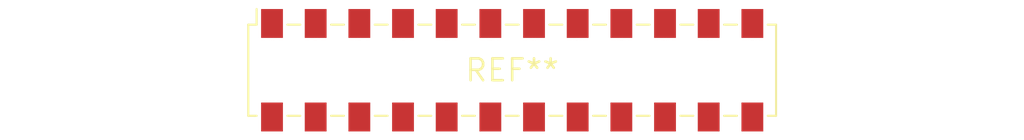
<source format=kicad_pcb>
(kicad_pcb (version 20240108) (generator pcbnew)
  (layers (0 "F.Cu" signal) (31 "B.Cu" signal) (34 "B.Paste" user) (35 "F.Paste" user) (36 "B.SilkS" user "B.Silkscreen") (37 "F.SilkS" user "F.Silkscreen") (38 "B.Mask" user) (39 "F.Mask" user) (44 "Edge.Cuts" user))
  (net 0 "")
  (footprint "Samtec_HLE-112-02-xxx-DV-BE_2x12_P2.54mm_Horizontal" (layer "F.Cu") (at 0 0)
    (property "Reference" "REF**")
    (property "Value" "Samtec_HLE-112-02-xxx-DV-BE_2x12_P2.54mm_Horizontal")
    (fp_line (start -15.35 -2.65) (end -15.35 2.65) (layer "F.SilkS") (stroke (width 0.12)))
    (fp_line (start -15.35 2.65) (end -14.865 2.65) (layer "F.SilkS") (stroke (width 0.12)))
    (fp_line (start -14.865 -3.56) (end -14.865 -2.65) (layer "F.SilkS") (stroke (width 0.12)))
    (fp_line (start -14.865 -2.65) (end -15.35 -2.65) (layer "F.SilkS") (stroke (width 0.12)))
    (fp_line (start -13.075 -2.65) (end -12.325 -2.65) (layer "F.SilkS") (stroke (width 0.12)))
    (fp_line (start -13.075 2.65) (end -12.325 2.65) (layer "F.SilkS") (stroke (width 0.12)))
    (fp_line (start -10.535 -2.65) (end -9.785 -2.65) (layer "F.SilkS") (stroke (width 0.12)))
    (fp_line (start -10.535 2.65) (end -9.785 2.65) (layer "F.SilkS") (stroke (width 0.12)))
    (fp_line (start -7.995 -2.65) (end -7.245 -2.65) (layer "F.SilkS") (stroke (width 0.12)))
    (fp_line (start -7.995 2.65) (end -7.245 2.65) (layer "F.SilkS") (stroke (width 0.12)))
    (fp_line (start -5.455 -2.65) (end -4.705 -2.65) (layer "F.SilkS") (stroke (width 0.12)))
    (fp_line (start -5.455 2.65) (end -4.705 2.65) (layer "F.SilkS") (stroke (width 0.12)))
    (fp_line (start -2.915 -2.65) (end -2.165 -2.65) (layer "F.SilkS") (stroke (width 0.12)))
    (fp_line (start -2.915 2.65) (end -2.165 2.65) (layer "F.SilkS") (stroke (width 0.12)))
    (fp_line (start -0.375 -2.65) (end 0.375 -2.65) (layer "F.SilkS") (stroke (width 0.12)))
    (fp_line (start -0.375 2.65) (end 0.375 2.65) (layer "F.SilkS") (stroke (width 0.12)))
    (fp_line (start 2.165 -2.65) (end 2.915 -2.65) (layer "F.SilkS") (stroke (width 0.12)))
    (fp_line (start 2.165 2.65) (end 2.915 2.65) (layer "F.SilkS") (stroke (width 0.12)))
    (fp_line (start 4.705 -2.65) (end 5.455 -2.65) (layer "F.SilkS") (stroke (width 0.12)))
    (fp_line (start 4.705 2.65) (end 5.455 2.65) (layer "F.SilkS") (stroke (width 0.12)))
    (fp_line (start 7.245 -2.65) (end 7.995 -2.65) (layer "F.SilkS") (stroke (width 0.12)))
    (fp_line (start 7.245 2.65) (end 7.995 2.65) (layer "F.SilkS") (stroke (width 0.12)))
    (fp_line (start 9.785 -2.65) (end 10.535 -2.65) (layer "F.SilkS") (stroke (width 0.12)))
    (fp_line (start 9.785 2.65) (end 10.535 2.65) (layer "F.SilkS") (stroke (width 0.12)))
    (fp_line (start 12.325 -2.65) (end 13.075 -2.65) (layer "F.SilkS") (stroke (width 0.12)))
    (fp_line (start 12.325 2.65) (end 13.075 2.65) (layer "F.SilkS") (stroke (width 0.12)))
    (fp_line (start 14.865 -2.65) (end 15.35 -2.65) (layer "F.SilkS") (stroke (width 0.12)))
    (fp_line (start 15.35 -2.65) (end 15.35 2.65) (layer "F.SilkS") (stroke (width 0.12)))
    (fp_line (start 15.35 2.65) (end 14.865 2.65) (layer "F.SilkS") (stroke (width 0.12)))
    (pad "" np_thru_hole circle (at -13.97 -1.27) (size 0.97 0.97) (drill 0.97) (layers *.Cu *.Mask))
    (pad "" np_thru_hole circle (at -13.97 1.27) (size 0.97 0.97) (drill 0.97) (layers *.Cu *.Mask))
    (pad "" np_thru_hole circle (at -11.43 -1.27) (size 0.97 0.97) (drill 0.97) (layers *.Cu *.Mask))
    (pad "" np_thru_hole circle (at -11.43 1.27) (size 0.97 0.97) (drill 0.97) (layers *.Cu *.Mask))
    (pad "" np_thru_hole circle (at -8.89 -1.27) (size 0.97 0.97) (drill 0.97) (layers *.Cu *.Mask))
    (pad "" np_thru_hole circle (at -8.89 1.27) (size 0.97 0.97) (drill 0.97) (layers *.Cu *.Mask))
    (pad "" np_thru_hole circle (at -6.35 -1.27) (size 0.97 0.97) (drill 0.97) (layers *.Cu *.Mask))
    (pad "" np_thru_hole circle (at -6.35 1.27) (size 0.97 0.97) (drill 0.97) (layers *.Cu *.Mask))
    (pad "" np_thru_hole circle (at -3.81 -1.27) (size 0.97 0.97) (drill 0.97) (layers *.Cu *.Mask))
    (pad "" np_thru_hole circle (at -3.81 1.27) (size 0.97 0.97) (drill 0.97) (layers *.Cu *.Mask))
    (pad "" np_thru_hole circle (at -1.27 -1.27) (size 0.97 0.97) (drill 0.97) (layers *.Cu *.Mask))
    (pad "" np_thru_hole circle (at -1.27 1.27) (size 0.97 0.97) (drill 0.97) (layers *.Cu *.Mask))
    (pad "" np_thru_hole circle (at 1.27 -1.27) (size 0.97 0.97) (drill 0.97) (layers *.Cu *.Mask))
    (pad "" np_thru_hole circle (at 1.27 1.27) (size 0.97 0.97) (drill 0.97) (layers *.Cu *.Mask))
    (pad "" np_thru_hole circle (at 3.81 -1.27) (size 0.97 0.97) (drill 0.97) (layers *.Cu *.Mask))
    (pad "" np_thru_hole circle (at 3.81 1.27) (size 0.97 0.97) (drill 0.97) (layers *.Cu *.Mask))
    (pad "" np_thru_hole circle (at 6.35 -1.27) (size 0.97 0.97) (drill 0.97) (layers *.Cu *.Mask))
    (pad "" np_thru_hole circle (at 6.35 1.27) (size 0.97 0.97) (drill 0.97) (layers *.Cu *.Mask))
    (pad "" np_thru_hole circle (at 8.89 -1.27) (size 0.97 0.97) (drill 0.97) (layers *.Cu *.Mask))
    (pad "" np_thru_hole circle (at 8.89 1.27) (size 0.97 0.97) (drill 0.97) (layers *.Cu *.Mask))
    (pad "" np_thru_hole circle (at 11.43 -1.27) (size 0.97 0.97) (drill 0.97) (layers *.Cu *.Mask))
    (pad "" np_thru_hole circle (at 11.43 1.27) (size 0.97 0.97) (drill 0.97) (layers *.Cu *.Mask))
    (pad "" np_thru_hole circle (at 13.97 -1.27) (size 0.97 0.97) (drill 0.97) (layers *.Cu *.Mask))
    (pad "" np_thru_hole circle (at 13.97 1.27) (size 0.97 0.97) (drill 0.97) (layers *.Cu *.Mask))
    (pad "1" smd rect (at -13.97 -2.72) (size 1.27 1.68) (layers "F.Cu" "F.Paste" "F.Mask"))
    (pad "2" smd rect (at -13.97 2.72) (size 1.27 1.68) (layers "F.Cu" "F.Paste" "F.Mask"))
    (pad "3" smd rect (at -11.43 -2.72) (size 1.27 1.68) (layers "F.Cu" "F.Paste" "F.Mask"))
    (pad "4" smd rect (at -11.43 2.72) (size 1.27 1.68) (layers "F.Cu" "F.Paste" "F.Mask"))
    (pad "5" smd rect (at -8.89 -2.72) (size 1.27 1.68) (layers "F.Cu" "F.Paste" "F.Mask"))
    (pad "6" smd rect (at -8.89 2.72) (size 1.27 1.68) (layers "F.Cu" "F.Paste" "F.Mask"))
    (pad "7" smd rect (at -6.35 -2.72) (size 1.27 1.68) (layers "F.Cu" "F.Paste" "F.Mask"))
    (pad "8" smd rect (at -6.35 2.72) (size 1.27 1.68) (layers "F.Cu" "F.Paste" "F.Mask"))
    (pad "9" smd rect (at -3.81 -2.72) (size 1.27 1.68) (layers "F.Cu" "F.Paste" "F.Mask"))
    (pad "10" smd rect (at -3.81 2.72) (size 1.27 1.68) (layers "F.Cu" "F.Paste" "F.Mask"))
    (pad "11" smd rect (at -1.27 -2.72) (size 1.27 1.68) (layers "F.Cu" "F.Paste" "F.Mask"))
    (pad "12" smd rect (at -1.27 2.72) (size 1.27 1.68) (layers "F.Cu" "F.Paste" "F.Mask"))
    (pad "13" smd rect (at 1.27 -2.72) (size 1.27 1.68) (layers "F.Cu" "F.Paste" "F.Mask"))
    (pad "14" smd rect (at 1.27 2.72) (size 1.27 1.68) (layers "F.Cu" "F.Paste" "F.Mask"))
    (pad "15" smd rect (at 3.81 -2.72) (size 1.27 1.68) (layers "F.Cu" "F.Paste" "F.Mask"))
    (pad "16" smd rect (at 3.81 2.72) (size 1.27 1.68) (layers "F.Cu" "F.Paste" "F.Mask"))
    (pad "17" smd rect (at 6.35 -2.72) (size 1.27 1.68) (layers "F.Cu" "F.Paste" "F.Mask"))
    (pad "18" smd rect (at 6.35 2.72) (size 1.27 1.68) (layers "F.Cu" "F.Paste" "F.Mask"))
    (pad "19" smd rect (at 8.89 -2.72) (size 1.27 1.68) (layers "F.Cu" "F.Paste" "F.Mask"))
    (pad "20" smd rect (at 8.89 2.72) (size 1.27 1.68) (layers "F.Cu" "F.Paste" "F.Mask"))
    (pad "21" smd rect (at 11.43 -2.72) (size 1.27 1.68) (layers "F.Cu" "F.Paste" "F.Mask"))
    (pad "22" smd rect (at 11.43 2.72) (size 1.27 1.68) (layers "F.Cu" "F.Paste" "F.Mask"))
    (pad "23" smd rect (at 13.97 -2.72) (size 1.27 1.68) (layers "F.Cu" "F.Paste" "F.Mask"))
    (pad "24" smd rect (at 13.97 2.72) (size 1.27 1.68) (layers "F.Cu" "F.Paste" "F.Mask"))
  )
)
</source>
